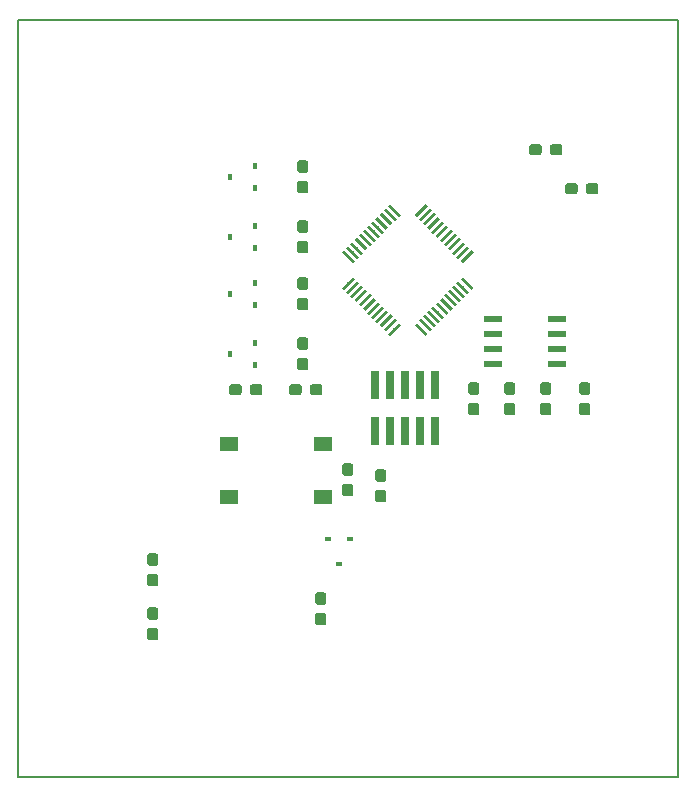
<source format=gbr>
%TF.GenerationSoftware,KiCad,Pcbnew,(5.0.2)-1*%
%TF.CreationDate,2019-02-18T18:23:53-07:00*%
%TF.ProjectId,ParkingSystem,5061726b-696e-4675-9379-7374656d2e6b,v01*%
%TF.SameCoordinates,Original*%
%TF.FileFunction,Paste,Top*%
%TF.FilePolarity,Positive*%
%FSLAX46Y46*%
G04 Gerber Fmt 4.6, Leading zero omitted, Abs format (unit mm)*
G04 Created by KiCad (PCBNEW (5.0.2)-1) date 2019-02-18 6:23:53 PM*
%MOMM*%
%LPD*%
G01*
G04 APERTURE LIST*
%ADD10C,0.200000*%
%ADD11C,0.150000*%
%ADD12C,0.950000*%
%ADD13R,0.740000X2.400000*%
%ADD14R,0.620000X0.400000*%
%ADD15R,0.400000X0.620000*%
%ADD16R,1.550000X1.300000*%
%ADD17C,0.250000*%
%ADD18R,1.550000X0.600000*%
G04 APERTURE END LIST*
D10*
X124460000Y-99060000D02*
X68580000Y-99060000D01*
X124460000Y-35000000D02*
X124460000Y-99060000D01*
X68580000Y-35000000D02*
X124460000Y-35000000D01*
X68580000Y-99060000D02*
X68580000Y-35000000D01*
D11*
G36*
X113544779Y-65657144D02*
X113567834Y-65660563D01*
X113590443Y-65666227D01*
X113612387Y-65674079D01*
X113633457Y-65684044D01*
X113653448Y-65696026D01*
X113672168Y-65709910D01*
X113689438Y-65725562D01*
X113705090Y-65742832D01*
X113718974Y-65761552D01*
X113730956Y-65781543D01*
X113740921Y-65802613D01*
X113748773Y-65824557D01*
X113754437Y-65847166D01*
X113757856Y-65870221D01*
X113759000Y-65893500D01*
X113759000Y-66468500D01*
X113757856Y-66491779D01*
X113754437Y-66514834D01*
X113748773Y-66537443D01*
X113740921Y-66559387D01*
X113730956Y-66580457D01*
X113718974Y-66600448D01*
X113705090Y-66619168D01*
X113689438Y-66636438D01*
X113672168Y-66652090D01*
X113653448Y-66665974D01*
X113633457Y-66677956D01*
X113612387Y-66687921D01*
X113590443Y-66695773D01*
X113567834Y-66701437D01*
X113544779Y-66704856D01*
X113521500Y-66706000D01*
X113046500Y-66706000D01*
X113023221Y-66704856D01*
X113000166Y-66701437D01*
X112977557Y-66695773D01*
X112955613Y-66687921D01*
X112934543Y-66677956D01*
X112914552Y-66665974D01*
X112895832Y-66652090D01*
X112878562Y-66636438D01*
X112862910Y-66619168D01*
X112849026Y-66600448D01*
X112837044Y-66580457D01*
X112827079Y-66559387D01*
X112819227Y-66537443D01*
X112813563Y-66514834D01*
X112810144Y-66491779D01*
X112809000Y-66468500D01*
X112809000Y-65893500D01*
X112810144Y-65870221D01*
X112813563Y-65847166D01*
X112819227Y-65824557D01*
X112827079Y-65802613D01*
X112837044Y-65781543D01*
X112849026Y-65761552D01*
X112862910Y-65742832D01*
X112878562Y-65725562D01*
X112895832Y-65709910D01*
X112914552Y-65696026D01*
X112934543Y-65684044D01*
X112955613Y-65674079D01*
X112977557Y-65666227D01*
X113000166Y-65660563D01*
X113023221Y-65657144D01*
X113046500Y-65656000D01*
X113521500Y-65656000D01*
X113544779Y-65657144D01*
X113544779Y-65657144D01*
G37*
D12*
X113284000Y-66181000D03*
D11*
G36*
X113544779Y-67407144D02*
X113567834Y-67410563D01*
X113590443Y-67416227D01*
X113612387Y-67424079D01*
X113633457Y-67434044D01*
X113653448Y-67446026D01*
X113672168Y-67459910D01*
X113689438Y-67475562D01*
X113705090Y-67492832D01*
X113718974Y-67511552D01*
X113730956Y-67531543D01*
X113740921Y-67552613D01*
X113748773Y-67574557D01*
X113754437Y-67597166D01*
X113757856Y-67620221D01*
X113759000Y-67643500D01*
X113759000Y-68218500D01*
X113757856Y-68241779D01*
X113754437Y-68264834D01*
X113748773Y-68287443D01*
X113740921Y-68309387D01*
X113730956Y-68330457D01*
X113718974Y-68350448D01*
X113705090Y-68369168D01*
X113689438Y-68386438D01*
X113672168Y-68402090D01*
X113653448Y-68415974D01*
X113633457Y-68427956D01*
X113612387Y-68437921D01*
X113590443Y-68445773D01*
X113567834Y-68451437D01*
X113544779Y-68454856D01*
X113521500Y-68456000D01*
X113046500Y-68456000D01*
X113023221Y-68454856D01*
X113000166Y-68451437D01*
X112977557Y-68445773D01*
X112955613Y-68437921D01*
X112934543Y-68427956D01*
X112914552Y-68415974D01*
X112895832Y-68402090D01*
X112878562Y-68386438D01*
X112862910Y-68369168D01*
X112849026Y-68350448D01*
X112837044Y-68330457D01*
X112827079Y-68309387D01*
X112819227Y-68287443D01*
X112813563Y-68264834D01*
X112810144Y-68241779D01*
X112809000Y-68218500D01*
X112809000Y-67643500D01*
X112810144Y-67620221D01*
X112813563Y-67597166D01*
X112819227Y-67574557D01*
X112827079Y-67552613D01*
X112837044Y-67531543D01*
X112849026Y-67511552D01*
X112862910Y-67492832D01*
X112878562Y-67475562D01*
X112895832Y-67459910D01*
X112914552Y-67446026D01*
X112934543Y-67434044D01*
X112955613Y-67424079D01*
X112977557Y-67416227D01*
X113000166Y-67410563D01*
X113023221Y-67407144D01*
X113046500Y-67406000D01*
X113521500Y-67406000D01*
X113544779Y-67407144D01*
X113544779Y-67407144D01*
G37*
D12*
X113284000Y-67931000D03*
D11*
G36*
X110496779Y-65657144D02*
X110519834Y-65660563D01*
X110542443Y-65666227D01*
X110564387Y-65674079D01*
X110585457Y-65684044D01*
X110605448Y-65696026D01*
X110624168Y-65709910D01*
X110641438Y-65725562D01*
X110657090Y-65742832D01*
X110670974Y-65761552D01*
X110682956Y-65781543D01*
X110692921Y-65802613D01*
X110700773Y-65824557D01*
X110706437Y-65847166D01*
X110709856Y-65870221D01*
X110711000Y-65893500D01*
X110711000Y-66468500D01*
X110709856Y-66491779D01*
X110706437Y-66514834D01*
X110700773Y-66537443D01*
X110692921Y-66559387D01*
X110682956Y-66580457D01*
X110670974Y-66600448D01*
X110657090Y-66619168D01*
X110641438Y-66636438D01*
X110624168Y-66652090D01*
X110605448Y-66665974D01*
X110585457Y-66677956D01*
X110564387Y-66687921D01*
X110542443Y-66695773D01*
X110519834Y-66701437D01*
X110496779Y-66704856D01*
X110473500Y-66706000D01*
X109998500Y-66706000D01*
X109975221Y-66704856D01*
X109952166Y-66701437D01*
X109929557Y-66695773D01*
X109907613Y-66687921D01*
X109886543Y-66677956D01*
X109866552Y-66665974D01*
X109847832Y-66652090D01*
X109830562Y-66636438D01*
X109814910Y-66619168D01*
X109801026Y-66600448D01*
X109789044Y-66580457D01*
X109779079Y-66559387D01*
X109771227Y-66537443D01*
X109765563Y-66514834D01*
X109762144Y-66491779D01*
X109761000Y-66468500D01*
X109761000Y-65893500D01*
X109762144Y-65870221D01*
X109765563Y-65847166D01*
X109771227Y-65824557D01*
X109779079Y-65802613D01*
X109789044Y-65781543D01*
X109801026Y-65761552D01*
X109814910Y-65742832D01*
X109830562Y-65725562D01*
X109847832Y-65709910D01*
X109866552Y-65696026D01*
X109886543Y-65684044D01*
X109907613Y-65674079D01*
X109929557Y-65666227D01*
X109952166Y-65660563D01*
X109975221Y-65657144D01*
X109998500Y-65656000D01*
X110473500Y-65656000D01*
X110496779Y-65657144D01*
X110496779Y-65657144D01*
G37*
D12*
X110236000Y-66181000D03*
D11*
G36*
X110496779Y-67407144D02*
X110519834Y-67410563D01*
X110542443Y-67416227D01*
X110564387Y-67424079D01*
X110585457Y-67434044D01*
X110605448Y-67446026D01*
X110624168Y-67459910D01*
X110641438Y-67475562D01*
X110657090Y-67492832D01*
X110670974Y-67511552D01*
X110682956Y-67531543D01*
X110692921Y-67552613D01*
X110700773Y-67574557D01*
X110706437Y-67597166D01*
X110709856Y-67620221D01*
X110711000Y-67643500D01*
X110711000Y-68218500D01*
X110709856Y-68241779D01*
X110706437Y-68264834D01*
X110700773Y-68287443D01*
X110692921Y-68309387D01*
X110682956Y-68330457D01*
X110670974Y-68350448D01*
X110657090Y-68369168D01*
X110641438Y-68386438D01*
X110624168Y-68402090D01*
X110605448Y-68415974D01*
X110585457Y-68427956D01*
X110564387Y-68437921D01*
X110542443Y-68445773D01*
X110519834Y-68451437D01*
X110496779Y-68454856D01*
X110473500Y-68456000D01*
X109998500Y-68456000D01*
X109975221Y-68454856D01*
X109952166Y-68451437D01*
X109929557Y-68445773D01*
X109907613Y-68437921D01*
X109886543Y-68427956D01*
X109866552Y-68415974D01*
X109847832Y-68402090D01*
X109830562Y-68386438D01*
X109814910Y-68369168D01*
X109801026Y-68350448D01*
X109789044Y-68330457D01*
X109779079Y-68309387D01*
X109771227Y-68287443D01*
X109765563Y-68264834D01*
X109762144Y-68241779D01*
X109761000Y-68218500D01*
X109761000Y-67643500D01*
X109762144Y-67620221D01*
X109765563Y-67597166D01*
X109771227Y-67574557D01*
X109779079Y-67552613D01*
X109789044Y-67531543D01*
X109801026Y-67511552D01*
X109814910Y-67492832D01*
X109830562Y-67475562D01*
X109847832Y-67459910D01*
X109866552Y-67446026D01*
X109886543Y-67434044D01*
X109907613Y-67424079D01*
X109929557Y-67416227D01*
X109952166Y-67410563D01*
X109975221Y-67407144D01*
X109998500Y-67406000D01*
X110473500Y-67406000D01*
X110496779Y-67407144D01*
X110496779Y-67407144D01*
G37*
D12*
X110236000Y-67931000D03*
D11*
G36*
X80270779Y-81885144D02*
X80293834Y-81888563D01*
X80316443Y-81894227D01*
X80338387Y-81902079D01*
X80359457Y-81912044D01*
X80379448Y-81924026D01*
X80398168Y-81937910D01*
X80415438Y-81953562D01*
X80431090Y-81970832D01*
X80444974Y-81989552D01*
X80456956Y-82009543D01*
X80466921Y-82030613D01*
X80474773Y-82052557D01*
X80480437Y-82075166D01*
X80483856Y-82098221D01*
X80485000Y-82121500D01*
X80485000Y-82696500D01*
X80483856Y-82719779D01*
X80480437Y-82742834D01*
X80474773Y-82765443D01*
X80466921Y-82787387D01*
X80456956Y-82808457D01*
X80444974Y-82828448D01*
X80431090Y-82847168D01*
X80415438Y-82864438D01*
X80398168Y-82880090D01*
X80379448Y-82893974D01*
X80359457Y-82905956D01*
X80338387Y-82915921D01*
X80316443Y-82923773D01*
X80293834Y-82929437D01*
X80270779Y-82932856D01*
X80247500Y-82934000D01*
X79772500Y-82934000D01*
X79749221Y-82932856D01*
X79726166Y-82929437D01*
X79703557Y-82923773D01*
X79681613Y-82915921D01*
X79660543Y-82905956D01*
X79640552Y-82893974D01*
X79621832Y-82880090D01*
X79604562Y-82864438D01*
X79588910Y-82847168D01*
X79575026Y-82828448D01*
X79563044Y-82808457D01*
X79553079Y-82787387D01*
X79545227Y-82765443D01*
X79539563Y-82742834D01*
X79536144Y-82719779D01*
X79535000Y-82696500D01*
X79535000Y-82121500D01*
X79536144Y-82098221D01*
X79539563Y-82075166D01*
X79545227Y-82052557D01*
X79553079Y-82030613D01*
X79563044Y-82009543D01*
X79575026Y-81989552D01*
X79588910Y-81970832D01*
X79604562Y-81953562D01*
X79621832Y-81937910D01*
X79640552Y-81924026D01*
X79660543Y-81912044D01*
X79681613Y-81902079D01*
X79703557Y-81894227D01*
X79726166Y-81888563D01*
X79749221Y-81885144D01*
X79772500Y-81884000D01*
X80247500Y-81884000D01*
X80270779Y-81885144D01*
X80270779Y-81885144D01*
G37*
D12*
X80010000Y-82409000D03*
D11*
G36*
X80270779Y-80135144D02*
X80293834Y-80138563D01*
X80316443Y-80144227D01*
X80338387Y-80152079D01*
X80359457Y-80162044D01*
X80379448Y-80174026D01*
X80398168Y-80187910D01*
X80415438Y-80203562D01*
X80431090Y-80220832D01*
X80444974Y-80239552D01*
X80456956Y-80259543D01*
X80466921Y-80280613D01*
X80474773Y-80302557D01*
X80480437Y-80325166D01*
X80483856Y-80348221D01*
X80485000Y-80371500D01*
X80485000Y-80946500D01*
X80483856Y-80969779D01*
X80480437Y-80992834D01*
X80474773Y-81015443D01*
X80466921Y-81037387D01*
X80456956Y-81058457D01*
X80444974Y-81078448D01*
X80431090Y-81097168D01*
X80415438Y-81114438D01*
X80398168Y-81130090D01*
X80379448Y-81143974D01*
X80359457Y-81155956D01*
X80338387Y-81165921D01*
X80316443Y-81173773D01*
X80293834Y-81179437D01*
X80270779Y-81182856D01*
X80247500Y-81184000D01*
X79772500Y-81184000D01*
X79749221Y-81182856D01*
X79726166Y-81179437D01*
X79703557Y-81173773D01*
X79681613Y-81165921D01*
X79660543Y-81155956D01*
X79640552Y-81143974D01*
X79621832Y-81130090D01*
X79604562Y-81114438D01*
X79588910Y-81097168D01*
X79575026Y-81078448D01*
X79563044Y-81058457D01*
X79553079Y-81037387D01*
X79545227Y-81015443D01*
X79539563Y-80992834D01*
X79536144Y-80969779D01*
X79535000Y-80946500D01*
X79535000Y-80371500D01*
X79536144Y-80348221D01*
X79539563Y-80325166D01*
X79545227Y-80302557D01*
X79553079Y-80280613D01*
X79563044Y-80259543D01*
X79575026Y-80239552D01*
X79588910Y-80220832D01*
X79604562Y-80203562D01*
X79621832Y-80187910D01*
X79640552Y-80174026D01*
X79660543Y-80162044D01*
X79681613Y-80152079D01*
X79703557Y-80144227D01*
X79726166Y-80138563D01*
X79749221Y-80135144D01*
X79772500Y-80134000D01*
X80247500Y-80134000D01*
X80270779Y-80135144D01*
X80270779Y-80135144D01*
G37*
D12*
X80010000Y-80659000D03*
D11*
G36*
X80270779Y-84707144D02*
X80293834Y-84710563D01*
X80316443Y-84716227D01*
X80338387Y-84724079D01*
X80359457Y-84734044D01*
X80379448Y-84746026D01*
X80398168Y-84759910D01*
X80415438Y-84775562D01*
X80431090Y-84792832D01*
X80444974Y-84811552D01*
X80456956Y-84831543D01*
X80466921Y-84852613D01*
X80474773Y-84874557D01*
X80480437Y-84897166D01*
X80483856Y-84920221D01*
X80485000Y-84943500D01*
X80485000Y-85518500D01*
X80483856Y-85541779D01*
X80480437Y-85564834D01*
X80474773Y-85587443D01*
X80466921Y-85609387D01*
X80456956Y-85630457D01*
X80444974Y-85650448D01*
X80431090Y-85669168D01*
X80415438Y-85686438D01*
X80398168Y-85702090D01*
X80379448Y-85715974D01*
X80359457Y-85727956D01*
X80338387Y-85737921D01*
X80316443Y-85745773D01*
X80293834Y-85751437D01*
X80270779Y-85754856D01*
X80247500Y-85756000D01*
X79772500Y-85756000D01*
X79749221Y-85754856D01*
X79726166Y-85751437D01*
X79703557Y-85745773D01*
X79681613Y-85737921D01*
X79660543Y-85727956D01*
X79640552Y-85715974D01*
X79621832Y-85702090D01*
X79604562Y-85686438D01*
X79588910Y-85669168D01*
X79575026Y-85650448D01*
X79563044Y-85630457D01*
X79553079Y-85609387D01*
X79545227Y-85587443D01*
X79539563Y-85564834D01*
X79536144Y-85541779D01*
X79535000Y-85518500D01*
X79535000Y-84943500D01*
X79536144Y-84920221D01*
X79539563Y-84897166D01*
X79545227Y-84874557D01*
X79553079Y-84852613D01*
X79563044Y-84831543D01*
X79575026Y-84811552D01*
X79588910Y-84792832D01*
X79604562Y-84775562D01*
X79621832Y-84759910D01*
X79640552Y-84746026D01*
X79660543Y-84734044D01*
X79681613Y-84724079D01*
X79703557Y-84716227D01*
X79726166Y-84710563D01*
X79749221Y-84707144D01*
X79772500Y-84706000D01*
X80247500Y-84706000D01*
X80270779Y-84707144D01*
X80270779Y-84707144D01*
G37*
D12*
X80010000Y-85231000D03*
D11*
G36*
X80270779Y-86457144D02*
X80293834Y-86460563D01*
X80316443Y-86466227D01*
X80338387Y-86474079D01*
X80359457Y-86484044D01*
X80379448Y-86496026D01*
X80398168Y-86509910D01*
X80415438Y-86525562D01*
X80431090Y-86542832D01*
X80444974Y-86561552D01*
X80456956Y-86581543D01*
X80466921Y-86602613D01*
X80474773Y-86624557D01*
X80480437Y-86647166D01*
X80483856Y-86670221D01*
X80485000Y-86693500D01*
X80485000Y-87268500D01*
X80483856Y-87291779D01*
X80480437Y-87314834D01*
X80474773Y-87337443D01*
X80466921Y-87359387D01*
X80456956Y-87380457D01*
X80444974Y-87400448D01*
X80431090Y-87419168D01*
X80415438Y-87436438D01*
X80398168Y-87452090D01*
X80379448Y-87465974D01*
X80359457Y-87477956D01*
X80338387Y-87487921D01*
X80316443Y-87495773D01*
X80293834Y-87501437D01*
X80270779Y-87504856D01*
X80247500Y-87506000D01*
X79772500Y-87506000D01*
X79749221Y-87504856D01*
X79726166Y-87501437D01*
X79703557Y-87495773D01*
X79681613Y-87487921D01*
X79660543Y-87477956D01*
X79640552Y-87465974D01*
X79621832Y-87452090D01*
X79604562Y-87436438D01*
X79588910Y-87419168D01*
X79575026Y-87400448D01*
X79563044Y-87380457D01*
X79553079Y-87359387D01*
X79545227Y-87337443D01*
X79539563Y-87314834D01*
X79536144Y-87291779D01*
X79535000Y-87268500D01*
X79535000Y-86693500D01*
X79536144Y-86670221D01*
X79539563Y-86647166D01*
X79545227Y-86624557D01*
X79553079Y-86602613D01*
X79563044Y-86581543D01*
X79575026Y-86561552D01*
X79588910Y-86542832D01*
X79604562Y-86525562D01*
X79621832Y-86509910D01*
X79640552Y-86496026D01*
X79660543Y-86484044D01*
X79681613Y-86474079D01*
X79703557Y-86466227D01*
X79726166Y-86460563D01*
X79749221Y-86457144D01*
X79772500Y-86456000D01*
X80247500Y-86456000D01*
X80270779Y-86457144D01*
X80270779Y-86457144D01*
G37*
D12*
X80010000Y-86981000D03*
D11*
G36*
X94494779Y-83437144D02*
X94517834Y-83440563D01*
X94540443Y-83446227D01*
X94562387Y-83454079D01*
X94583457Y-83464044D01*
X94603448Y-83476026D01*
X94622168Y-83489910D01*
X94639438Y-83505562D01*
X94655090Y-83522832D01*
X94668974Y-83541552D01*
X94680956Y-83561543D01*
X94690921Y-83582613D01*
X94698773Y-83604557D01*
X94704437Y-83627166D01*
X94707856Y-83650221D01*
X94709000Y-83673500D01*
X94709000Y-84248500D01*
X94707856Y-84271779D01*
X94704437Y-84294834D01*
X94698773Y-84317443D01*
X94690921Y-84339387D01*
X94680956Y-84360457D01*
X94668974Y-84380448D01*
X94655090Y-84399168D01*
X94639438Y-84416438D01*
X94622168Y-84432090D01*
X94603448Y-84445974D01*
X94583457Y-84457956D01*
X94562387Y-84467921D01*
X94540443Y-84475773D01*
X94517834Y-84481437D01*
X94494779Y-84484856D01*
X94471500Y-84486000D01*
X93996500Y-84486000D01*
X93973221Y-84484856D01*
X93950166Y-84481437D01*
X93927557Y-84475773D01*
X93905613Y-84467921D01*
X93884543Y-84457956D01*
X93864552Y-84445974D01*
X93845832Y-84432090D01*
X93828562Y-84416438D01*
X93812910Y-84399168D01*
X93799026Y-84380448D01*
X93787044Y-84360457D01*
X93777079Y-84339387D01*
X93769227Y-84317443D01*
X93763563Y-84294834D01*
X93760144Y-84271779D01*
X93759000Y-84248500D01*
X93759000Y-83673500D01*
X93760144Y-83650221D01*
X93763563Y-83627166D01*
X93769227Y-83604557D01*
X93777079Y-83582613D01*
X93787044Y-83561543D01*
X93799026Y-83541552D01*
X93812910Y-83522832D01*
X93828562Y-83505562D01*
X93845832Y-83489910D01*
X93864552Y-83476026D01*
X93884543Y-83464044D01*
X93905613Y-83454079D01*
X93927557Y-83446227D01*
X93950166Y-83440563D01*
X93973221Y-83437144D01*
X93996500Y-83436000D01*
X94471500Y-83436000D01*
X94494779Y-83437144D01*
X94494779Y-83437144D01*
G37*
D12*
X94234000Y-83961000D03*
D11*
G36*
X94494779Y-85187144D02*
X94517834Y-85190563D01*
X94540443Y-85196227D01*
X94562387Y-85204079D01*
X94583457Y-85214044D01*
X94603448Y-85226026D01*
X94622168Y-85239910D01*
X94639438Y-85255562D01*
X94655090Y-85272832D01*
X94668974Y-85291552D01*
X94680956Y-85311543D01*
X94690921Y-85332613D01*
X94698773Y-85354557D01*
X94704437Y-85377166D01*
X94707856Y-85400221D01*
X94709000Y-85423500D01*
X94709000Y-85998500D01*
X94707856Y-86021779D01*
X94704437Y-86044834D01*
X94698773Y-86067443D01*
X94690921Y-86089387D01*
X94680956Y-86110457D01*
X94668974Y-86130448D01*
X94655090Y-86149168D01*
X94639438Y-86166438D01*
X94622168Y-86182090D01*
X94603448Y-86195974D01*
X94583457Y-86207956D01*
X94562387Y-86217921D01*
X94540443Y-86225773D01*
X94517834Y-86231437D01*
X94494779Y-86234856D01*
X94471500Y-86236000D01*
X93996500Y-86236000D01*
X93973221Y-86234856D01*
X93950166Y-86231437D01*
X93927557Y-86225773D01*
X93905613Y-86217921D01*
X93884543Y-86207956D01*
X93864552Y-86195974D01*
X93845832Y-86182090D01*
X93828562Y-86166438D01*
X93812910Y-86149168D01*
X93799026Y-86130448D01*
X93787044Y-86110457D01*
X93777079Y-86089387D01*
X93769227Y-86067443D01*
X93763563Y-86044834D01*
X93760144Y-86021779D01*
X93759000Y-85998500D01*
X93759000Y-85423500D01*
X93760144Y-85400221D01*
X93763563Y-85377166D01*
X93769227Y-85354557D01*
X93777079Y-85332613D01*
X93787044Y-85311543D01*
X93799026Y-85291552D01*
X93812910Y-85272832D01*
X93828562Y-85255562D01*
X93845832Y-85239910D01*
X93864552Y-85226026D01*
X93884543Y-85214044D01*
X93905613Y-85204079D01*
X93927557Y-85196227D01*
X93950166Y-85190563D01*
X93973221Y-85187144D01*
X93996500Y-85186000D01*
X94471500Y-85186000D01*
X94494779Y-85187144D01*
X94494779Y-85187144D01*
G37*
D12*
X94234000Y-85711000D03*
D11*
G36*
X117517779Y-48802144D02*
X117540834Y-48805563D01*
X117563443Y-48811227D01*
X117585387Y-48819079D01*
X117606457Y-48829044D01*
X117626448Y-48841026D01*
X117645168Y-48854910D01*
X117662438Y-48870562D01*
X117678090Y-48887832D01*
X117691974Y-48906552D01*
X117703956Y-48926543D01*
X117713921Y-48947613D01*
X117721773Y-48969557D01*
X117727437Y-48992166D01*
X117730856Y-49015221D01*
X117732000Y-49038500D01*
X117732000Y-49513500D01*
X117730856Y-49536779D01*
X117727437Y-49559834D01*
X117721773Y-49582443D01*
X117713921Y-49604387D01*
X117703956Y-49625457D01*
X117691974Y-49645448D01*
X117678090Y-49664168D01*
X117662438Y-49681438D01*
X117645168Y-49697090D01*
X117626448Y-49710974D01*
X117606457Y-49722956D01*
X117585387Y-49732921D01*
X117563443Y-49740773D01*
X117540834Y-49746437D01*
X117517779Y-49749856D01*
X117494500Y-49751000D01*
X116919500Y-49751000D01*
X116896221Y-49749856D01*
X116873166Y-49746437D01*
X116850557Y-49740773D01*
X116828613Y-49732921D01*
X116807543Y-49722956D01*
X116787552Y-49710974D01*
X116768832Y-49697090D01*
X116751562Y-49681438D01*
X116735910Y-49664168D01*
X116722026Y-49645448D01*
X116710044Y-49625457D01*
X116700079Y-49604387D01*
X116692227Y-49582443D01*
X116686563Y-49559834D01*
X116683144Y-49536779D01*
X116682000Y-49513500D01*
X116682000Y-49038500D01*
X116683144Y-49015221D01*
X116686563Y-48992166D01*
X116692227Y-48969557D01*
X116700079Y-48947613D01*
X116710044Y-48926543D01*
X116722026Y-48906552D01*
X116735910Y-48887832D01*
X116751562Y-48870562D01*
X116768832Y-48854910D01*
X116787552Y-48841026D01*
X116807543Y-48829044D01*
X116828613Y-48819079D01*
X116850557Y-48811227D01*
X116873166Y-48805563D01*
X116896221Y-48802144D01*
X116919500Y-48801000D01*
X117494500Y-48801000D01*
X117517779Y-48802144D01*
X117517779Y-48802144D01*
G37*
D12*
X117207000Y-49276000D03*
D11*
G36*
X115767779Y-48802144D02*
X115790834Y-48805563D01*
X115813443Y-48811227D01*
X115835387Y-48819079D01*
X115856457Y-48829044D01*
X115876448Y-48841026D01*
X115895168Y-48854910D01*
X115912438Y-48870562D01*
X115928090Y-48887832D01*
X115941974Y-48906552D01*
X115953956Y-48926543D01*
X115963921Y-48947613D01*
X115971773Y-48969557D01*
X115977437Y-48992166D01*
X115980856Y-49015221D01*
X115982000Y-49038500D01*
X115982000Y-49513500D01*
X115980856Y-49536779D01*
X115977437Y-49559834D01*
X115971773Y-49582443D01*
X115963921Y-49604387D01*
X115953956Y-49625457D01*
X115941974Y-49645448D01*
X115928090Y-49664168D01*
X115912438Y-49681438D01*
X115895168Y-49697090D01*
X115876448Y-49710974D01*
X115856457Y-49722956D01*
X115835387Y-49732921D01*
X115813443Y-49740773D01*
X115790834Y-49746437D01*
X115767779Y-49749856D01*
X115744500Y-49751000D01*
X115169500Y-49751000D01*
X115146221Y-49749856D01*
X115123166Y-49746437D01*
X115100557Y-49740773D01*
X115078613Y-49732921D01*
X115057543Y-49722956D01*
X115037552Y-49710974D01*
X115018832Y-49697090D01*
X115001562Y-49681438D01*
X114985910Y-49664168D01*
X114972026Y-49645448D01*
X114960044Y-49625457D01*
X114950079Y-49604387D01*
X114942227Y-49582443D01*
X114936563Y-49559834D01*
X114933144Y-49536779D01*
X114932000Y-49513500D01*
X114932000Y-49038500D01*
X114933144Y-49015221D01*
X114936563Y-48992166D01*
X114942227Y-48969557D01*
X114950079Y-48947613D01*
X114960044Y-48926543D01*
X114972026Y-48906552D01*
X114985910Y-48887832D01*
X115001562Y-48870562D01*
X115018832Y-48854910D01*
X115037552Y-48841026D01*
X115057543Y-48829044D01*
X115078613Y-48819079D01*
X115100557Y-48811227D01*
X115123166Y-48805563D01*
X115146221Y-48802144D01*
X115169500Y-48801000D01*
X115744500Y-48801000D01*
X115767779Y-48802144D01*
X115767779Y-48802144D01*
G37*
D12*
X115457000Y-49276000D03*
D11*
G36*
X114469779Y-45500144D02*
X114492834Y-45503563D01*
X114515443Y-45509227D01*
X114537387Y-45517079D01*
X114558457Y-45527044D01*
X114578448Y-45539026D01*
X114597168Y-45552910D01*
X114614438Y-45568562D01*
X114630090Y-45585832D01*
X114643974Y-45604552D01*
X114655956Y-45624543D01*
X114665921Y-45645613D01*
X114673773Y-45667557D01*
X114679437Y-45690166D01*
X114682856Y-45713221D01*
X114684000Y-45736500D01*
X114684000Y-46211500D01*
X114682856Y-46234779D01*
X114679437Y-46257834D01*
X114673773Y-46280443D01*
X114665921Y-46302387D01*
X114655956Y-46323457D01*
X114643974Y-46343448D01*
X114630090Y-46362168D01*
X114614438Y-46379438D01*
X114597168Y-46395090D01*
X114578448Y-46408974D01*
X114558457Y-46420956D01*
X114537387Y-46430921D01*
X114515443Y-46438773D01*
X114492834Y-46444437D01*
X114469779Y-46447856D01*
X114446500Y-46449000D01*
X113871500Y-46449000D01*
X113848221Y-46447856D01*
X113825166Y-46444437D01*
X113802557Y-46438773D01*
X113780613Y-46430921D01*
X113759543Y-46420956D01*
X113739552Y-46408974D01*
X113720832Y-46395090D01*
X113703562Y-46379438D01*
X113687910Y-46362168D01*
X113674026Y-46343448D01*
X113662044Y-46323457D01*
X113652079Y-46302387D01*
X113644227Y-46280443D01*
X113638563Y-46257834D01*
X113635144Y-46234779D01*
X113634000Y-46211500D01*
X113634000Y-45736500D01*
X113635144Y-45713221D01*
X113638563Y-45690166D01*
X113644227Y-45667557D01*
X113652079Y-45645613D01*
X113662044Y-45624543D01*
X113674026Y-45604552D01*
X113687910Y-45585832D01*
X113703562Y-45568562D01*
X113720832Y-45552910D01*
X113739552Y-45539026D01*
X113759543Y-45527044D01*
X113780613Y-45517079D01*
X113802557Y-45509227D01*
X113825166Y-45503563D01*
X113848221Y-45500144D01*
X113871500Y-45499000D01*
X114446500Y-45499000D01*
X114469779Y-45500144D01*
X114469779Y-45500144D01*
G37*
D12*
X114159000Y-45974000D03*
D11*
G36*
X112719779Y-45500144D02*
X112742834Y-45503563D01*
X112765443Y-45509227D01*
X112787387Y-45517079D01*
X112808457Y-45527044D01*
X112828448Y-45539026D01*
X112847168Y-45552910D01*
X112864438Y-45568562D01*
X112880090Y-45585832D01*
X112893974Y-45604552D01*
X112905956Y-45624543D01*
X112915921Y-45645613D01*
X112923773Y-45667557D01*
X112929437Y-45690166D01*
X112932856Y-45713221D01*
X112934000Y-45736500D01*
X112934000Y-46211500D01*
X112932856Y-46234779D01*
X112929437Y-46257834D01*
X112923773Y-46280443D01*
X112915921Y-46302387D01*
X112905956Y-46323457D01*
X112893974Y-46343448D01*
X112880090Y-46362168D01*
X112864438Y-46379438D01*
X112847168Y-46395090D01*
X112828448Y-46408974D01*
X112808457Y-46420956D01*
X112787387Y-46430921D01*
X112765443Y-46438773D01*
X112742834Y-46444437D01*
X112719779Y-46447856D01*
X112696500Y-46449000D01*
X112121500Y-46449000D01*
X112098221Y-46447856D01*
X112075166Y-46444437D01*
X112052557Y-46438773D01*
X112030613Y-46430921D01*
X112009543Y-46420956D01*
X111989552Y-46408974D01*
X111970832Y-46395090D01*
X111953562Y-46379438D01*
X111937910Y-46362168D01*
X111924026Y-46343448D01*
X111912044Y-46323457D01*
X111902079Y-46302387D01*
X111894227Y-46280443D01*
X111888563Y-46257834D01*
X111885144Y-46234779D01*
X111884000Y-46211500D01*
X111884000Y-45736500D01*
X111885144Y-45713221D01*
X111888563Y-45690166D01*
X111894227Y-45667557D01*
X111902079Y-45645613D01*
X111912044Y-45624543D01*
X111924026Y-45604552D01*
X111937910Y-45585832D01*
X111953562Y-45568562D01*
X111970832Y-45552910D01*
X111989552Y-45539026D01*
X112009543Y-45527044D01*
X112030613Y-45517079D01*
X112052557Y-45509227D01*
X112075166Y-45503563D01*
X112098221Y-45500144D01*
X112121500Y-45499000D01*
X112696500Y-45499000D01*
X112719779Y-45500144D01*
X112719779Y-45500144D01*
G37*
D12*
X112409000Y-45974000D03*
D11*
G36*
X96780779Y-74265144D02*
X96803834Y-74268563D01*
X96826443Y-74274227D01*
X96848387Y-74282079D01*
X96869457Y-74292044D01*
X96889448Y-74304026D01*
X96908168Y-74317910D01*
X96925438Y-74333562D01*
X96941090Y-74350832D01*
X96954974Y-74369552D01*
X96966956Y-74389543D01*
X96976921Y-74410613D01*
X96984773Y-74432557D01*
X96990437Y-74455166D01*
X96993856Y-74478221D01*
X96995000Y-74501500D01*
X96995000Y-75076500D01*
X96993856Y-75099779D01*
X96990437Y-75122834D01*
X96984773Y-75145443D01*
X96976921Y-75167387D01*
X96966956Y-75188457D01*
X96954974Y-75208448D01*
X96941090Y-75227168D01*
X96925438Y-75244438D01*
X96908168Y-75260090D01*
X96889448Y-75273974D01*
X96869457Y-75285956D01*
X96848387Y-75295921D01*
X96826443Y-75303773D01*
X96803834Y-75309437D01*
X96780779Y-75312856D01*
X96757500Y-75314000D01*
X96282500Y-75314000D01*
X96259221Y-75312856D01*
X96236166Y-75309437D01*
X96213557Y-75303773D01*
X96191613Y-75295921D01*
X96170543Y-75285956D01*
X96150552Y-75273974D01*
X96131832Y-75260090D01*
X96114562Y-75244438D01*
X96098910Y-75227168D01*
X96085026Y-75208448D01*
X96073044Y-75188457D01*
X96063079Y-75167387D01*
X96055227Y-75145443D01*
X96049563Y-75122834D01*
X96046144Y-75099779D01*
X96045000Y-75076500D01*
X96045000Y-74501500D01*
X96046144Y-74478221D01*
X96049563Y-74455166D01*
X96055227Y-74432557D01*
X96063079Y-74410613D01*
X96073044Y-74389543D01*
X96085026Y-74369552D01*
X96098910Y-74350832D01*
X96114562Y-74333562D01*
X96131832Y-74317910D01*
X96150552Y-74304026D01*
X96170543Y-74292044D01*
X96191613Y-74282079D01*
X96213557Y-74274227D01*
X96236166Y-74268563D01*
X96259221Y-74265144D01*
X96282500Y-74264000D01*
X96757500Y-74264000D01*
X96780779Y-74265144D01*
X96780779Y-74265144D01*
G37*
D12*
X96520000Y-74789000D03*
D11*
G36*
X96780779Y-72515144D02*
X96803834Y-72518563D01*
X96826443Y-72524227D01*
X96848387Y-72532079D01*
X96869457Y-72542044D01*
X96889448Y-72554026D01*
X96908168Y-72567910D01*
X96925438Y-72583562D01*
X96941090Y-72600832D01*
X96954974Y-72619552D01*
X96966956Y-72639543D01*
X96976921Y-72660613D01*
X96984773Y-72682557D01*
X96990437Y-72705166D01*
X96993856Y-72728221D01*
X96995000Y-72751500D01*
X96995000Y-73326500D01*
X96993856Y-73349779D01*
X96990437Y-73372834D01*
X96984773Y-73395443D01*
X96976921Y-73417387D01*
X96966956Y-73438457D01*
X96954974Y-73458448D01*
X96941090Y-73477168D01*
X96925438Y-73494438D01*
X96908168Y-73510090D01*
X96889448Y-73523974D01*
X96869457Y-73535956D01*
X96848387Y-73545921D01*
X96826443Y-73553773D01*
X96803834Y-73559437D01*
X96780779Y-73562856D01*
X96757500Y-73564000D01*
X96282500Y-73564000D01*
X96259221Y-73562856D01*
X96236166Y-73559437D01*
X96213557Y-73553773D01*
X96191613Y-73545921D01*
X96170543Y-73535956D01*
X96150552Y-73523974D01*
X96131832Y-73510090D01*
X96114562Y-73494438D01*
X96098910Y-73477168D01*
X96085026Y-73458448D01*
X96073044Y-73438457D01*
X96063079Y-73417387D01*
X96055227Y-73395443D01*
X96049563Y-73372834D01*
X96046144Y-73349779D01*
X96045000Y-73326500D01*
X96045000Y-72751500D01*
X96046144Y-72728221D01*
X96049563Y-72705166D01*
X96055227Y-72682557D01*
X96063079Y-72660613D01*
X96073044Y-72639543D01*
X96085026Y-72619552D01*
X96098910Y-72600832D01*
X96114562Y-72583562D01*
X96131832Y-72567910D01*
X96150552Y-72554026D01*
X96170543Y-72542044D01*
X96191613Y-72532079D01*
X96213557Y-72524227D01*
X96236166Y-72518563D01*
X96259221Y-72515144D01*
X96282500Y-72514000D01*
X96757500Y-72514000D01*
X96780779Y-72515144D01*
X96780779Y-72515144D01*
G37*
D12*
X96520000Y-73039000D03*
D11*
G36*
X116846779Y-65657144D02*
X116869834Y-65660563D01*
X116892443Y-65666227D01*
X116914387Y-65674079D01*
X116935457Y-65684044D01*
X116955448Y-65696026D01*
X116974168Y-65709910D01*
X116991438Y-65725562D01*
X117007090Y-65742832D01*
X117020974Y-65761552D01*
X117032956Y-65781543D01*
X117042921Y-65802613D01*
X117050773Y-65824557D01*
X117056437Y-65847166D01*
X117059856Y-65870221D01*
X117061000Y-65893500D01*
X117061000Y-66468500D01*
X117059856Y-66491779D01*
X117056437Y-66514834D01*
X117050773Y-66537443D01*
X117042921Y-66559387D01*
X117032956Y-66580457D01*
X117020974Y-66600448D01*
X117007090Y-66619168D01*
X116991438Y-66636438D01*
X116974168Y-66652090D01*
X116955448Y-66665974D01*
X116935457Y-66677956D01*
X116914387Y-66687921D01*
X116892443Y-66695773D01*
X116869834Y-66701437D01*
X116846779Y-66704856D01*
X116823500Y-66706000D01*
X116348500Y-66706000D01*
X116325221Y-66704856D01*
X116302166Y-66701437D01*
X116279557Y-66695773D01*
X116257613Y-66687921D01*
X116236543Y-66677956D01*
X116216552Y-66665974D01*
X116197832Y-66652090D01*
X116180562Y-66636438D01*
X116164910Y-66619168D01*
X116151026Y-66600448D01*
X116139044Y-66580457D01*
X116129079Y-66559387D01*
X116121227Y-66537443D01*
X116115563Y-66514834D01*
X116112144Y-66491779D01*
X116111000Y-66468500D01*
X116111000Y-65893500D01*
X116112144Y-65870221D01*
X116115563Y-65847166D01*
X116121227Y-65824557D01*
X116129079Y-65802613D01*
X116139044Y-65781543D01*
X116151026Y-65761552D01*
X116164910Y-65742832D01*
X116180562Y-65725562D01*
X116197832Y-65709910D01*
X116216552Y-65696026D01*
X116236543Y-65684044D01*
X116257613Y-65674079D01*
X116279557Y-65666227D01*
X116302166Y-65660563D01*
X116325221Y-65657144D01*
X116348500Y-65656000D01*
X116823500Y-65656000D01*
X116846779Y-65657144D01*
X116846779Y-65657144D01*
G37*
D12*
X116586000Y-66181000D03*
D11*
G36*
X116846779Y-67407144D02*
X116869834Y-67410563D01*
X116892443Y-67416227D01*
X116914387Y-67424079D01*
X116935457Y-67434044D01*
X116955448Y-67446026D01*
X116974168Y-67459910D01*
X116991438Y-67475562D01*
X117007090Y-67492832D01*
X117020974Y-67511552D01*
X117032956Y-67531543D01*
X117042921Y-67552613D01*
X117050773Y-67574557D01*
X117056437Y-67597166D01*
X117059856Y-67620221D01*
X117061000Y-67643500D01*
X117061000Y-68218500D01*
X117059856Y-68241779D01*
X117056437Y-68264834D01*
X117050773Y-68287443D01*
X117042921Y-68309387D01*
X117032956Y-68330457D01*
X117020974Y-68350448D01*
X117007090Y-68369168D01*
X116991438Y-68386438D01*
X116974168Y-68402090D01*
X116955448Y-68415974D01*
X116935457Y-68427956D01*
X116914387Y-68437921D01*
X116892443Y-68445773D01*
X116869834Y-68451437D01*
X116846779Y-68454856D01*
X116823500Y-68456000D01*
X116348500Y-68456000D01*
X116325221Y-68454856D01*
X116302166Y-68451437D01*
X116279557Y-68445773D01*
X116257613Y-68437921D01*
X116236543Y-68427956D01*
X116216552Y-68415974D01*
X116197832Y-68402090D01*
X116180562Y-68386438D01*
X116164910Y-68369168D01*
X116151026Y-68350448D01*
X116139044Y-68330457D01*
X116129079Y-68309387D01*
X116121227Y-68287443D01*
X116115563Y-68264834D01*
X116112144Y-68241779D01*
X116111000Y-68218500D01*
X116111000Y-67643500D01*
X116112144Y-67620221D01*
X116115563Y-67597166D01*
X116121227Y-67574557D01*
X116129079Y-67552613D01*
X116139044Y-67531543D01*
X116151026Y-67511552D01*
X116164910Y-67492832D01*
X116180562Y-67475562D01*
X116197832Y-67459910D01*
X116216552Y-67446026D01*
X116236543Y-67434044D01*
X116257613Y-67424079D01*
X116279557Y-67416227D01*
X116302166Y-67410563D01*
X116325221Y-67407144D01*
X116348500Y-67406000D01*
X116823500Y-67406000D01*
X116846779Y-67407144D01*
X116846779Y-67407144D01*
G37*
D12*
X116586000Y-67931000D03*
D13*
X103886000Y-65868000D03*
X103886000Y-69768000D03*
X102616000Y-65868000D03*
X102616000Y-69768000D03*
X101346000Y-65868000D03*
X101346000Y-69768000D03*
X100076000Y-65868000D03*
X100076000Y-69768000D03*
X98806000Y-65868000D03*
X98806000Y-69768000D03*
D14*
X95758000Y-81060000D03*
X94808000Y-78960000D03*
X96708000Y-78960000D03*
D15*
X86580000Y-48260000D03*
X88680000Y-47310000D03*
X88680000Y-49210000D03*
X86580000Y-58166000D03*
X88680000Y-57216000D03*
X88680000Y-59116000D03*
X86580000Y-53340000D03*
X88680000Y-52390000D03*
X88680000Y-54290000D03*
X86580000Y-63246000D03*
X88680000Y-62296000D03*
X88680000Y-64196000D03*
D11*
G36*
X87319779Y-65820144D02*
X87342834Y-65823563D01*
X87365443Y-65829227D01*
X87387387Y-65837079D01*
X87408457Y-65847044D01*
X87428448Y-65859026D01*
X87447168Y-65872910D01*
X87464438Y-65888562D01*
X87480090Y-65905832D01*
X87493974Y-65924552D01*
X87505956Y-65944543D01*
X87515921Y-65965613D01*
X87523773Y-65987557D01*
X87529437Y-66010166D01*
X87532856Y-66033221D01*
X87534000Y-66056500D01*
X87534000Y-66531500D01*
X87532856Y-66554779D01*
X87529437Y-66577834D01*
X87523773Y-66600443D01*
X87515921Y-66622387D01*
X87505956Y-66643457D01*
X87493974Y-66663448D01*
X87480090Y-66682168D01*
X87464438Y-66699438D01*
X87447168Y-66715090D01*
X87428448Y-66728974D01*
X87408457Y-66740956D01*
X87387387Y-66750921D01*
X87365443Y-66758773D01*
X87342834Y-66764437D01*
X87319779Y-66767856D01*
X87296500Y-66769000D01*
X86721500Y-66769000D01*
X86698221Y-66767856D01*
X86675166Y-66764437D01*
X86652557Y-66758773D01*
X86630613Y-66750921D01*
X86609543Y-66740956D01*
X86589552Y-66728974D01*
X86570832Y-66715090D01*
X86553562Y-66699438D01*
X86537910Y-66682168D01*
X86524026Y-66663448D01*
X86512044Y-66643457D01*
X86502079Y-66622387D01*
X86494227Y-66600443D01*
X86488563Y-66577834D01*
X86485144Y-66554779D01*
X86484000Y-66531500D01*
X86484000Y-66056500D01*
X86485144Y-66033221D01*
X86488563Y-66010166D01*
X86494227Y-65987557D01*
X86502079Y-65965613D01*
X86512044Y-65944543D01*
X86524026Y-65924552D01*
X86537910Y-65905832D01*
X86553562Y-65888562D01*
X86570832Y-65872910D01*
X86589552Y-65859026D01*
X86609543Y-65847044D01*
X86630613Y-65837079D01*
X86652557Y-65829227D01*
X86675166Y-65823563D01*
X86698221Y-65820144D01*
X86721500Y-65819000D01*
X87296500Y-65819000D01*
X87319779Y-65820144D01*
X87319779Y-65820144D01*
G37*
D12*
X87009000Y-66294000D03*
D11*
G36*
X89069779Y-65820144D02*
X89092834Y-65823563D01*
X89115443Y-65829227D01*
X89137387Y-65837079D01*
X89158457Y-65847044D01*
X89178448Y-65859026D01*
X89197168Y-65872910D01*
X89214438Y-65888562D01*
X89230090Y-65905832D01*
X89243974Y-65924552D01*
X89255956Y-65944543D01*
X89265921Y-65965613D01*
X89273773Y-65987557D01*
X89279437Y-66010166D01*
X89282856Y-66033221D01*
X89284000Y-66056500D01*
X89284000Y-66531500D01*
X89282856Y-66554779D01*
X89279437Y-66577834D01*
X89273773Y-66600443D01*
X89265921Y-66622387D01*
X89255956Y-66643457D01*
X89243974Y-66663448D01*
X89230090Y-66682168D01*
X89214438Y-66699438D01*
X89197168Y-66715090D01*
X89178448Y-66728974D01*
X89158457Y-66740956D01*
X89137387Y-66750921D01*
X89115443Y-66758773D01*
X89092834Y-66764437D01*
X89069779Y-66767856D01*
X89046500Y-66769000D01*
X88471500Y-66769000D01*
X88448221Y-66767856D01*
X88425166Y-66764437D01*
X88402557Y-66758773D01*
X88380613Y-66750921D01*
X88359543Y-66740956D01*
X88339552Y-66728974D01*
X88320832Y-66715090D01*
X88303562Y-66699438D01*
X88287910Y-66682168D01*
X88274026Y-66663448D01*
X88262044Y-66643457D01*
X88252079Y-66622387D01*
X88244227Y-66600443D01*
X88238563Y-66577834D01*
X88235144Y-66554779D01*
X88234000Y-66531500D01*
X88234000Y-66056500D01*
X88235144Y-66033221D01*
X88238563Y-66010166D01*
X88244227Y-65987557D01*
X88252079Y-65965613D01*
X88262044Y-65944543D01*
X88274026Y-65924552D01*
X88287910Y-65905832D01*
X88303562Y-65888562D01*
X88320832Y-65872910D01*
X88339552Y-65859026D01*
X88359543Y-65847044D01*
X88380613Y-65837079D01*
X88402557Y-65829227D01*
X88425166Y-65823563D01*
X88448221Y-65820144D01*
X88471500Y-65819000D01*
X89046500Y-65819000D01*
X89069779Y-65820144D01*
X89069779Y-65820144D01*
G37*
D12*
X88759000Y-66294000D03*
D11*
G36*
X99574779Y-74773144D02*
X99597834Y-74776563D01*
X99620443Y-74782227D01*
X99642387Y-74790079D01*
X99663457Y-74800044D01*
X99683448Y-74812026D01*
X99702168Y-74825910D01*
X99719438Y-74841562D01*
X99735090Y-74858832D01*
X99748974Y-74877552D01*
X99760956Y-74897543D01*
X99770921Y-74918613D01*
X99778773Y-74940557D01*
X99784437Y-74963166D01*
X99787856Y-74986221D01*
X99789000Y-75009500D01*
X99789000Y-75584500D01*
X99787856Y-75607779D01*
X99784437Y-75630834D01*
X99778773Y-75653443D01*
X99770921Y-75675387D01*
X99760956Y-75696457D01*
X99748974Y-75716448D01*
X99735090Y-75735168D01*
X99719438Y-75752438D01*
X99702168Y-75768090D01*
X99683448Y-75781974D01*
X99663457Y-75793956D01*
X99642387Y-75803921D01*
X99620443Y-75811773D01*
X99597834Y-75817437D01*
X99574779Y-75820856D01*
X99551500Y-75822000D01*
X99076500Y-75822000D01*
X99053221Y-75820856D01*
X99030166Y-75817437D01*
X99007557Y-75811773D01*
X98985613Y-75803921D01*
X98964543Y-75793956D01*
X98944552Y-75781974D01*
X98925832Y-75768090D01*
X98908562Y-75752438D01*
X98892910Y-75735168D01*
X98879026Y-75716448D01*
X98867044Y-75696457D01*
X98857079Y-75675387D01*
X98849227Y-75653443D01*
X98843563Y-75630834D01*
X98840144Y-75607779D01*
X98839000Y-75584500D01*
X98839000Y-75009500D01*
X98840144Y-74986221D01*
X98843563Y-74963166D01*
X98849227Y-74940557D01*
X98857079Y-74918613D01*
X98867044Y-74897543D01*
X98879026Y-74877552D01*
X98892910Y-74858832D01*
X98908562Y-74841562D01*
X98925832Y-74825910D01*
X98944552Y-74812026D01*
X98964543Y-74800044D01*
X98985613Y-74790079D01*
X99007557Y-74782227D01*
X99030166Y-74776563D01*
X99053221Y-74773144D01*
X99076500Y-74772000D01*
X99551500Y-74772000D01*
X99574779Y-74773144D01*
X99574779Y-74773144D01*
G37*
D12*
X99314000Y-75297000D03*
D11*
G36*
X99574779Y-73023144D02*
X99597834Y-73026563D01*
X99620443Y-73032227D01*
X99642387Y-73040079D01*
X99663457Y-73050044D01*
X99683448Y-73062026D01*
X99702168Y-73075910D01*
X99719438Y-73091562D01*
X99735090Y-73108832D01*
X99748974Y-73127552D01*
X99760956Y-73147543D01*
X99770921Y-73168613D01*
X99778773Y-73190557D01*
X99784437Y-73213166D01*
X99787856Y-73236221D01*
X99789000Y-73259500D01*
X99789000Y-73834500D01*
X99787856Y-73857779D01*
X99784437Y-73880834D01*
X99778773Y-73903443D01*
X99770921Y-73925387D01*
X99760956Y-73946457D01*
X99748974Y-73966448D01*
X99735090Y-73985168D01*
X99719438Y-74002438D01*
X99702168Y-74018090D01*
X99683448Y-74031974D01*
X99663457Y-74043956D01*
X99642387Y-74053921D01*
X99620443Y-74061773D01*
X99597834Y-74067437D01*
X99574779Y-74070856D01*
X99551500Y-74072000D01*
X99076500Y-74072000D01*
X99053221Y-74070856D01*
X99030166Y-74067437D01*
X99007557Y-74061773D01*
X98985613Y-74053921D01*
X98964543Y-74043956D01*
X98944552Y-74031974D01*
X98925832Y-74018090D01*
X98908562Y-74002438D01*
X98892910Y-73985168D01*
X98879026Y-73966448D01*
X98867044Y-73946457D01*
X98857079Y-73925387D01*
X98849227Y-73903443D01*
X98843563Y-73880834D01*
X98840144Y-73857779D01*
X98839000Y-73834500D01*
X98839000Y-73259500D01*
X98840144Y-73236221D01*
X98843563Y-73213166D01*
X98849227Y-73190557D01*
X98857079Y-73168613D01*
X98867044Y-73147543D01*
X98879026Y-73127552D01*
X98892910Y-73108832D01*
X98908562Y-73091562D01*
X98925832Y-73075910D01*
X98944552Y-73062026D01*
X98964543Y-73050044D01*
X98985613Y-73040079D01*
X99007557Y-73032227D01*
X99030166Y-73026563D01*
X99053221Y-73023144D01*
X99076500Y-73022000D01*
X99551500Y-73022000D01*
X99574779Y-73023144D01*
X99574779Y-73023144D01*
G37*
D12*
X99314000Y-73547000D03*
D11*
G36*
X92970779Y-46861144D02*
X92993834Y-46864563D01*
X93016443Y-46870227D01*
X93038387Y-46878079D01*
X93059457Y-46888044D01*
X93079448Y-46900026D01*
X93098168Y-46913910D01*
X93115438Y-46929562D01*
X93131090Y-46946832D01*
X93144974Y-46965552D01*
X93156956Y-46985543D01*
X93166921Y-47006613D01*
X93174773Y-47028557D01*
X93180437Y-47051166D01*
X93183856Y-47074221D01*
X93185000Y-47097500D01*
X93185000Y-47672500D01*
X93183856Y-47695779D01*
X93180437Y-47718834D01*
X93174773Y-47741443D01*
X93166921Y-47763387D01*
X93156956Y-47784457D01*
X93144974Y-47804448D01*
X93131090Y-47823168D01*
X93115438Y-47840438D01*
X93098168Y-47856090D01*
X93079448Y-47869974D01*
X93059457Y-47881956D01*
X93038387Y-47891921D01*
X93016443Y-47899773D01*
X92993834Y-47905437D01*
X92970779Y-47908856D01*
X92947500Y-47910000D01*
X92472500Y-47910000D01*
X92449221Y-47908856D01*
X92426166Y-47905437D01*
X92403557Y-47899773D01*
X92381613Y-47891921D01*
X92360543Y-47881956D01*
X92340552Y-47869974D01*
X92321832Y-47856090D01*
X92304562Y-47840438D01*
X92288910Y-47823168D01*
X92275026Y-47804448D01*
X92263044Y-47784457D01*
X92253079Y-47763387D01*
X92245227Y-47741443D01*
X92239563Y-47718834D01*
X92236144Y-47695779D01*
X92235000Y-47672500D01*
X92235000Y-47097500D01*
X92236144Y-47074221D01*
X92239563Y-47051166D01*
X92245227Y-47028557D01*
X92253079Y-47006613D01*
X92263044Y-46985543D01*
X92275026Y-46965552D01*
X92288910Y-46946832D01*
X92304562Y-46929562D01*
X92321832Y-46913910D01*
X92340552Y-46900026D01*
X92360543Y-46888044D01*
X92381613Y-46878079D01*
X92403557Y-46870227D01*
X92426166Y-46864563D01*
X92449221Y-46861144D01*
X92472500Y-46860000D01*
X92947500Y-46860000D01*
X92970779Y-46861144D01*
X92970779Y-46861144D01*
G37*
D12*
X92710000Y-47385000D03*
D11*
G36*
X92970779Y-48611144D02*
X92993834Y-48614563D01*
X93016443Y-48620227D01*
X93038387Y-48628079D01*
X93059457Y-48638044D01*
X93079448Y-48650026D01*
X93098168Y-48663910D01*
X93115438Y-48679562D01*
X93131090Y-48696832D01*
X93144974Y-48715552D01*
X93156956Y-48735543D01*
X93166921Y-48756613D01*
X93174773Y-48778557D01*
X93180437Y-48801166D01*
X93183856Y-48824221D01*
X93185000Y-48847500D01*
X93185000Y-49422500D01*
X93183856Y-49445779D01*
X93180437Y-49468834D01*
X93174773Y-49491443D01*
X93166921Y-49513387D01*
X93156956Y-49534457D01*
X93144974Y-49554448D01*
X93131090Y-49573168D01*
X93115438Y-49590438D01*
X93098168Y-49606090D01*
X93079448Y-49619974D01*
X93059457Y-49631956D01*
X93038387Y-49641921D01*
X93016443Y-49649773D01*
X92993834Y-49655437D01*
X92970779Y-49658856D01*
X92947500Y-49660000D01*
X92472500Y-49660000D01*
X92449221Y-49658856D01*
X92426166Y-49655437D01*
X92403557Y-49649773D01*
X92381613Y-49641921D01*
X92360543Y-49631956D01*
X92340552Y-49619974D01*
X92321832Y-49606090D01*
X92304562Y-49590438D01*
X92288910Y-49573168D01*
X92275026Y-49554448D01*
X92263044Y-49534457D01*
X92253079Y-49513387D01*
X92245227Y-49491443D01*
X92239563Y-49468834D01*
X92236144Y-49445779D01*
X92235000Y-49422500D01*
X92235000Y-48847500D01*
X92236144Y-48824221D01*
X92239563Y-48801166D01*
X92245227Y-48778557D01*
X92253079Y-48756613D01*
X92263044Y-48735543D01*
X92275026Y-48715552D01*
X92288910Y-48696832D01*
X92304562Y-48679562D01*
X92321832Y-48663910D01*
X92340552Y-48650026D01*
X92360543Y-48638044D01*
X92381613Y-48628079D01*
X92403557Y-48620227D01*
X92426166Y-48614563D01*
X92449221Y-48611144D01*
X92472500Y-48610000D01*
X92947500Y-48610000D01*
X92970779Y-48611144D01*
X92970779Y-48611144D01*
G37*
D12*
X92710000Y-49135000D03*
D11*
G36*
X92970779Y-56767144D02*
X92993834Y-56770563D01*
X93016443Y-56776227D01*
X93038387Y-56784079D01*
X93059457Y-56794044D01*
X93079448Y-56806026D01*
X93098168Y-56819910D01*
X93115438Y-56835562D01*
X93131090Y-56852832D01*
X93144974Y-56871552D01*
X93156956Y-56891543D01*
X93166921Y-56912613D01*
X93174773Y-56934557D01*
X93180437Y-56957166D01*
X93183856Y-56980221D01*
X93185000Y-57003500D01*
X93185000Y-57578500D01*
X93183856Y-57601779D01*
X93180437Y-57624834D01*
X93174773Y-57647443D01*
X93166921Y-57669387D01*
X93156956Y-57690457D01*
X93144974Y-57710448D01*
X93131090Y-57729168D01*
X93115438Y-57746438D01*
X93098168Y-57762090D01*
X93079448Y-57775974D01*
X93059457Y-57787956D01*
X93038387Y-57797921D01*
X93016443Y-57805773D01*
X92993834Y-57811437D01*
X92970779Y-57814856D01*
X92947500Y-57816000D01*
X92472500Y-57816000D01*
X92449221Y-57814856D01*
X92426166Y-57811437D01*
X92403557Y-57805773D01*
X92381613Y-57797921D01*
X92360543Y-57787956D01*
X92340552Y-57775974D01*
X92321832Y-57762090D01*
X92304562Y-57746438D01*
X92288910Y-57729168D01*
X92275026Y-57710448D01*
X92263044Y-57690457D01*
X92253079Y-57669387D01*
X92245227Y-57647443D01*
X92239563Y-57624834D01*
X92236144Y-57601779D01*
X92235000Y-57578500D01*
X92235000Y-57003500D01*
X92236144Y-56980221D01*
X92239563Y-56957166D01*
X92245227Y-56934557D01*
X92253079Y-56912613D01*
X92263044Y-56891543D01*
X92275026Y-56871552D01*
X92288910Y-56852832D01*
X92304562Y-56835562D01*
X92321832Y-56819910D01*
X92340552Y-56806026D01*
X92360543Y-56794044D01*
X92381613Y-56784079D01*
X92403557Y-56776227D01*
X92426166Y-56770563D01*
X92449221Y-56767144D01*
X92472500Y-56766000D01*
X92947500Y-56766000D01*
X92970779Y-56767144D01*
X92970779Y-56767144D01*
G37*
D12*
X92710000Y-57291000D03*
D11*
G36*
X92970779Y-58517144D02*
X92993834Y-58520563D01*
X93016443Y-58526227D01*
X93038387Y-58534079D01*
X93059457Y-58544044D01*
X93079448Y-58556026D01*
X93098168Y-58569910D01*
X93115438Y-58585562D01*
X93131090Y-58602832D01*
X93144974Y-58621552D01*
X93156956Y-58641543D01*
X93166921Y-58662613D01*
X93174773Y-58684557D01*
X93180437Y-58707166D01*
X93183856Y-58730221D01*
X93185000Y-58753500D01*
X93185000Y-59328500D01*
X93183856Y-59351779D01*
X93180437Y-59374834D01*
X93174773Y-59397443D01*
X93166921Y-59419387D01*
X93156956Y-59440457D01*
X93144974Y-59460448D01*
X93131090Y-59479168D01*
X93115438Y-59496438D01*
X93098168Y-59512090D01*
X93079448Y-59525974D01*
X93059457Y-59537956D01*
X93038387Y-59547921D01*
X93016443Y-59555773D01*
X92993834Y-59561437D01*
X92970779Y-59564856D01*
X92947500Y-59566000D01*
X92472500Y-59566000D01*
X92449221Y-59564856D01*
X92426166Y-59561437D01*
X92403557Y-59555773D01*
X92381613Y-59547921D01*
X92360543Y-59537956D01*
X92340552Y-59525974D01*
X92321832Y-59512090D01*
X92304562Y-59496438D01*
X92288910Y-59479168D01*
X92275026Y-59460448D01*
X92263044Y-59440457D01*
X92253079Y-59419387D01*
X92245227Y-59397443D01*
X92239563Y-59374834D01*
X92236144Y-59351779D01*
X92235000Y-59328500D01*
X92235000Y-58753500D01*
X92236144Y-58730221D01*
X92239563Y-58707166D01*
X92245227Y-58684557D01*
X92253079Y-58662613D01*
X92263044Y-58641543D01*
X92275026Y-58621552D01*
X92288910Y-58602832D01*
X92304562Y-58585562D01*
X92321832Y-58569910D01*
X92340552Y-58556026D01*
X92360543Y-58544044D01*
X92381613Y-58534079D01*
X92403557Y-58526227D01*
X92426166Y-58520563D01*
X92449221Y-58517144D01*
X92472500Y-58516000D01*
X92947500Y-58516000D01*
X92970779Y-58517144D01*
X92970779Y-58517144D01*
G37*
D12*
X92710000Y-59041000D03*
D11*
G36*
X92970779Y-51941144D02*
X92993834Y-51944563D01*
X93016443Y-51950227D01*
X93038387Y-51958079D01*
X93059457Y-51968044D01*
X93079448Y-51980026D01*
X93098168Y-51993910D01*
X93115438Y-52009562D01*
X93131090Y-52026832D01*
X93144974Y-52045552D01*
X93156956Y-52065543D01*
X93166921Y-52086613D01*
X93174773Y-52108557D01*
X93180437Y-52131166D01*
X93183856Y-52154221D01*
X93185000Y-52177500D01*
X93185000Y-52752500D01*
X93183856Y-52775779D01*
X93180437Y-52798834D01*
X93174773Y-52821443D01*
X93166921Y-52843387D01*
X93156956Y-52864457D01*
X93144974Y-52884448D01*
X93131090Y-52903168D01*
X93115438Y-52920438D01*
X93098168Y-52936090D01*
X93079448Y-52949974D01*
X93059457Y-52961956D01*
X93038387Y-52971921D01*
X93016443Y-52979773D01*
X92993834Y-52985437D01*
X92970779Y-52988856D01*
X92947500Y-52990000D01*
X92472500Y-52990000D01*
X92449221Y-52988856D01*
X92426166Y-52985437D01*
X92403557Y-52979773D01*
X92381613Y-52971921D01*
X92360543Y-52961956D01*
X92340552Y-52949974D01*
X92321832Y-52936090D01*
X92304562Y-52920438D01*
X92288910Y-52903168D01*
X92275026Y-52884448D01*
X92263044Y-52864457D01*
X92253079Y-52843387D01*
X92245227Y-52821443D01*
X92239563Y-52798834D01*
X92236144Y-52775779D01*
X92235000Y-52752500D01*
X92235000Y-52177500D01*
X92236144Y-52154221D01*
X92239563Y-52131166D01*
X92245227Y-52108557D01*
X92253079Y-52086613D01*
X92263044Y-52065543D01*
X92275026Y-52045552D01*
X92288910Y-52026832D01*
X92304562Y-52009562D01*
X92321832Y-51993910D01*
X92340552Y-51980026D01*
X92360543Y-51968044D01*
X92381613Y-51958079D01*
X92403557Y-51950227D01*
X92426166Y-51944563D01*
X92449221Y-51941144D01*
X92472500Y-51940000D01*
X92947500Y-51940000D01*
X92970779Y-51941144D01*
X92970779Y-51941144D01*
G37*
D12*
X92710000Y-52465000D03*
D11*
G36*
X92970779Y-53691144D02*
X92993834Y-53694563D01*
X93016443Y-53700227D01*
X93038387Y-53708079D01*
X93059457Y-53718044D01*
X93079448Y-53730026D01*
X93098168Y-53743910D01*
X93115438Y-53759562D01*
X93131090Y-53776832D01*
X93144974Y-53795552D01*
X93156956Y-53815543D01*
X93166921Y-53836613D01*
X93174773Y-53858557D01*
X93180437Y-53881166D01*
X93183856Y-53904221D01*
X93185000Y-53927500D01*
X93185000Y-54502500D01*
X93183856Y-54525779D01*
X93180437Y-54548834D01*
X93174773Y-54571443D01*
X93166921Y-54593387D01*
X93156956Y-54614457D01*
X93144974Y-54634448D01*
X93131090Y-54653168D01*
X93115438Y-54670438D01*
X93098168Y-54686090D01*
X93079448Y-54699974D01*
X93059457Y-54711956D01*
X93038387Y-54721921D01*
X93016443Y-54729773D01*
X92993834Y-54735437D01*
X92970779Y-54738856D01*
X92947500Y-54740000D01*
X92472500Y-54740000D01*
X92449221Y-54738856D01*
X92426166Y-54735437D01*
X92403557Y-54729773D01*
X92381613Y-54721921D01*
X92360543Y-54711956D01*
X92340552Y-54699974D01*
X92321832Y-54686090D01*
X92304562Y-54670438D01*
X92288910Y-54653168D01*
X92275026Y-54634448D01*
X92263044Y-54614457D01*
X92253079Y-54593387D01*
X92245227Y-54571443D01*
X92239563Y-54548834D01*
X92236144Y-54525779D01*
X92235000Y-54502500D01*
X92235000Y-53927500D01*
X92236144Y-53904221D01*
X92239563Y-53881166D01*
X92245227Y-53858557D01*
X92253079Y-53836613D01*
X92263044Y-53815543D01*
X92275026Y-53795552D01*
X92288910Y-53776832D01*
X92304562Y-53759562D01*
X92321832Y-53743910D01*
X92340552Y-53730026D01*
X92360543Y-53718044D01*
X92381613Y-53708079D01*
X92403557Y-53700227D01*
X92426166Y-53694563D01*
X92449221Y-53691144D01*
X92472500Y-53690000D01*
X92947500Y-53690000D01*
X92970779Y-53691144D01*
X92970779Y-53691144D01*
G37*
D12*
X92710000Y-54215000D03*
D11*
G36*
X92970779Y-61847144D02*
X92993834Y-61850563D01*
X93016443Y-61856227D01*
X93038387Y-61864079D01*
X93059457Y-61874044D01*
X93079448Y-61886026D01*
X93098168Y-61899910D01*
X93115438Y-61915562D01*
X93131090Y-61932832D01*
X93144974Y-61951552D01*
X93156956Y-61971543D01*
X93166921Y-61992613D01*
X93174773Y-62014557D01*
X93180437Y-62037166D01*
X93183856Y-62060221D01*
X93185000Y-62083500D01*
X93185000Y-62658500D01*
X93183856Y-62681779D01*
X93180437Y-62704834D01*
X93174773Y-62727443D01*
X93166921Y-62749387D01*
X93156956Y-62770457D01*
X93144974Y-62790448D01*
X93131090Y-62809168D01*
X93115438Y-62826438D01*
X93098168Y-62842090D01*
X93079448Y-62855974D01*
X93059457Y-62867956D01*
X93038387Y-62877921D01*
X93016443Y-62885773D01*
X92993834Y-62891437D01*
X92970779Y-62894856D01*
X92947500Y-62896000D01*
X92472500Y-62896000D01*
X92449221Y-62894856D01*
X92426166Y-62891437D01*
X92403557Y-62885773D01*
X92381613Y-62877921D01*
X92360543Y-62867956D01*
X92340552Y-62855974D01*
X92321832Y-62842090D01*
X92304562Y-62826438D01*
X92288910Y-62809168D01*
X92275026Y-62790448D01*
X92263044Y-62770457D01*
X92253079Y-62749387D01*
X92245227Y-62727443D01*
X92239563Y-62704834D01*
X92236144Y-62681779D01*
X92235000Y-62658500D01*
X92235000Y-62083500D01*
X92236144Y-62060221D01*
X92239563Y-62037166D01*
X92245227Y-62014557D01*
X92253079Y-61992613D01*
X92263044Y-61971543D01*
X92275026Y-61951552D01*
X92288910Y-61932832D01*
X92304562Y-61915562D01*
X92321832Y-61899910D01*
X92340552Y-61886026D01*
X92360543Y-61874044D01*
X92381613Y-61864079D01*
X92403557Y-61856227D01*
X92426166Y-61850563D01*
X92449221Y-61847144D01*
X92472500Y-61846000D01*
X92947500Y-61846000D01*
X92970779Y-61847144D01*
X92970779Y-61847144D01*
G37*
D12*
X92710000Y-62371000D03*
D11*
G36*
X92970779Y-63597144D02*
X92993834Y-63600563D01*
X93016443Y-63606227D01*
X93038387Y-63614079D01*
X93059457Y-63624044D01*
X93079448Y-63636026D01*
X93098168Y-63649910D01*
X93115438Y-63665562D01*
X93131090Y-63682832D01*
X93144974Y-63701552D01*
X93156956Y-63721543D01*
X93166921Y-63742613D01*
X93174773Y-63764557D01*
X93180437Y-63787166D01*
X93183856Y-63810221D01*
X93185000Y-63833500D01*
X93185000Y-64408500D01*
X93183856Y-64431779D01*
X93180437Y-64454834D01*
X93174773Y-64477443D01*
X93166921Y-64499387D01*
X93156956Y-64520457D01*
X93144974Y-64540448D01*
X93131090Y-64559168D01*
X93115438Y-64576438D01*
X93098168Y-64592090D01*
X93079448Y-64605974D01*
X93059457Y-64617956D01*
X93038387Y-64627921D01*
X93016443Y-64635773D01*
X92993834Y-64641437D01*
X92970779Y-64644856D01*
X92947500Y-64646000D01*
X92472500Y-64646000D01*
X92449221Y-64644856D01*
X92426166Y-64641437D01*
X92403557Y-64635773D01*
X92381613Y-64627921D01*
X92360543Y-64617956D01*
X92340552Y-64605974D01*
X92321832Y-64592090D01*
X92304562Y-64576438D01*
X92288910Y-64559168D01*
X92275026Y-64540448D01*
X92263044Y-64520457D01*
X92253079Y-64499387D01*
X92245227Y-64477443D01*
X92239563Y-64454834D01*
X92236144Y-64431779D01*
X92235000Y-64408500D01*
X92235000Y-63833500D01*
X92236144Y-63810221D01*
X92239563Y-63787166D01*
X92245227Y-63764557D01*
X92253079Y-63742613D01*
X92263044Y-63721543D01*
X92275026Y-63701552D01*
X92288910Y-63682832D01*
X92304562Y-63665562D01*
X92321832Y-63649910D01*
X92340552Y-63636026D01*
X92360543Y-63624044D01*
X92381613Y-63614079D01*
X92403557Y-63606227D01*
X92426166Y-63600563D01*
X92449221Y-63597144D01*
X92472500Y-63596000D01*
X92947500Y-63596000D01*
X92970779Y-63597144D01*
X92970779Y-63597144D01*
G37*
D12*
X92710000Y-64121000D03*
D11*
G36*
X107448779Y-65657144D02*
X107471834Y-65660563D01*
X107494443Y-65666227D01*
X107516387Y-65674079D01*
X107537457Y-65684044D01*
X107557448Y-65696026D01*
X107576168Y-65709910D01*
X107593438Y-65725562D01*
X107609090Y-65742832D01*
X107622974Y-65761552D01*
X107634956Y-65781543D01*
X107644921Y-65802613D01*
X107652773Y-65824557D01*
X107658437Y-65847166D01*
X107661856Y-65870221D01*
X107663000Y-65893500D01*
X107663000Y-66468500D01*
X107661856Y-66491779D01*
X107658437Y-66514834D01*
X107652773Y-66537443D01*
X107644921Y-66559387D01*
X107634956Y-66580457D01*
X107622974Y-66600448D01*
X107609090Y-66619168D01*
X107593438Y-66636438D01*
X107576168Y-66652090D01*
X107557448Y-66665974D01*
X107537457Y-66677956D01*
X107516387Y-66687921D01*
X107494443Y-66695773D01*
X107471834Y-66701437D01*
X107448779Y-66704856D01*
X107425500Y-66706000D01*
X106950500Y-66706000D01*
X106927221Y-66704856D01*
X106904166Y-66701437D01*
X106881557Y-66695773D01*
X106859613Y-66687921D01*
X106838543Y-66677956D01*
X106818552Y-66665974D01*
X106799832Y-66652090D01*
X106782562Y-66636438D01*
X106766910Y-66619168D01*
X106753026Y-66600448D01*
X106741044Y-66580457D01*
X106731079Y-66559387D01*
X106723227Y-66537443D01*
X106717563Y-66514834D01*
X106714144Y-66491779D01*
X106713000Y-66468500D01*
X106713000Y-65893500D01*
X106714144Y-65870221D01*
X106717563Y-65847166D01*
X106723227Y-65824557D01*
X106731079Y-65802613D01*
X106741044Y-65781543D01*
X106753026Y-65761552D01*
X106766910Y-65742832D01*
X106782562Y-65725562D01*
X106799832Y-65709910D01*
X106818552Y-65696026D01*
X106838543Y-65684044D01*
X106859613Y-65674079D01*
X106881557Y-65666227D01*
X106904166Y-65660563D01*
X106927221Y-65657144D01*
X106950500Y-65656000D01*
X107425500Y-65656000D01*
X107448779Y-65657144D01*
X107448779Y-65657144D01*
G37*
D12*
X107188000Y-66181000D03*
D11*
G36*
X107448779Y-67407144D02*
X107471834Y-67410563D01*
X107494443Y-67416227D01*
X107516387Y-67424079D01*
X107537457Y-67434044D01*
X107557448Y-67446026D01*
X107576168Y-67459910D01*
X107593438Y-67475562D01*
X107609090Y-67492832D01*
X107622974Y-67511552D01*
X107634956Y-67531543D01*
X107644921Y-67552613D01*
X107652773Y-67574557D01*
X107658437Y-67597166D01*
X107661856Y-67620221D01*
X107663000Y-67643500D01*
X107663000Y-68218500D01*
X107661856Y-68241779D01*
X107658437Y-68264834D01*
X107652773Y-68287443D01*
X107644921Y-68309387D01*
X107634956Y-68330457D01*
X107622974Y-68350448D01*
X107609090Y-68369168D01*
X107593438Y-68386438D01*
X107576168Y-68402090D01*
X107557448Y-68415974D01*
X107537457Y-68427956D01*
X107516387Y-68437921D01*
X107494443Y-68445773D01*
X107471834Y-68451437D01*
X107448779Y-68454856D01*
X107425500Y-68456000D01*
X106950500Y-68456000D01*
X106927221Y-68454856D01*
X106904166Y-68451437D01*
X106881557Y-68445773D01*
X106859613Y-68437921D01*
X106838543Y-68427956D01*
X106818552Y-68415974D01*
X106799832Y-68402090D01*
X106782562Y-68386438D01*
X106766910Y-68369168D01*
X106753026Y-68350448D01*
X106741044Y-68330457D01*
X106731079Y-68309387D01*
X106723227Y-68287443D01*
X106717563Y-68264834D01*
X106714144Y-68241779D01*
X106713000Y-68218500D01*
X106713000Y-67643500D01*
X106714144Y-67620221D01*
X106717563Y-67597166D01*
X106723227Y-67574557D01*
X106731079Y-67552613D01*
X106741044Y-67531543D01*
X106753026Y-67511552D01*
X106766910Y-67492832D01*
X106782562Y-67475562D01*
X106799832Y-67459910D01*
X106818552Y-67446026D01*
X106838543Y-67434044D01*
X106859613Y-67424079D01*
X106881557Y-67416227D01*
X106904166Y-67410563D01*
X106927221Y-67407144D01*
X106950500Y-67406000D01*
X107425500Y-67406000D01*
X107448779Y-67407144D01*
X107448779Y-67407144D01*
G37*
D12*
X107188000Y-67931000D03*
D16*
X86449000Y-70902000D03*
X94399000Y-70902000D03*
X86449000Y-75402000D03*
X94399000Y-75402000D03*
D17*
X106620458Y-57265371D03*
D11*
G36*
X106072450Y-56894140D02*
X106249227Y-56717363D01*
X107168466Y-57636602D01*
X106991689Y-57813379D01*
X106072450Y-56894140D01*
X106072450Y-56894140D01*
G37*
D17*
X106266905Y-57618924D03*
D11*
G36*
X105718897Y-57247693D02*
X105895674Y-57070916D01*
X106814913Y-57990155D01*
X106638136Y-58166932D01*
X105718897Y-57247693D01*
X105718897Y-57247693D01*
G37*
D17*
X105913351Y-57972478D03*
D11*
G36*
X105365343Y-57601247D02*
X105542120Y-57424470D01*
X106461359Y-58343709D01*
X106284582Y-58520486D01*
X105365343Y-57601247D01*
X105365343Y-57601247D01*
G37*
D17*
X105559798Y-58326031D03*
D11*
G36*
X105011790Y-57954800D02*
X105188567Y-57778023D01*
X106107806Y-58697262D01*
X105931029Y-58874039D01*
X105011790Y-57954800D01*
X105011790Y-57954800D01*
G37*
D17*
X105206245Y-58679584D03*
D11*
G36*
X104658237Y-58308353D02*
X104835014Y-58131576D01*
X105754253Y-59050815D01*
X105577476Y-59227592D01*
X104658237Y-58308353D01*
X104658237Y-58308353D01*
G37*
D17*
X104852691Y-59033138D03*
D11*
G36*
X104304683Y-58661907D02*
X104481460Y-58485130D01*
X105400699Y-59404369D01*
X105223922Y-59581146D01*
X104304683Y-58661907D01*
X104304683Y-58661907D01*
G37*
D17*
X104499138Y-59386691D03*
D11*
G36*
X103951130Y-59015460D02*
X104127907Y-58838683D01*
X105047146Y-59757922D01*
X104870369Y-59934699D01*
X103951130Y-59015460D01*
X103951130Y-59015460D01*
G37*
D17*
X104145584Y-59740245D03*
D11*
G36*
X103597576Y-59369014D02*
X103774353Y-59192237D01*
X104693592Y-60111476D01*
X104516815Y-60288253D01*
X103597576Y-59369014D01*
X103597576Y-59369014D01*
G37*
D17*
X103792031Y-60093798D03*
D11*
G36*
X103244023Y-59722567D02*
X103420800Y-59545790D01*
X104340039Y-60465029D01*
X104163262Y-60641806D01*
X103244023Y-59722567D01*
X103244023Y-59722567D01*
G37*
D17*
X103438478Y-60447351D03*
D11*
G36*
X102890470Y-60076120D02*
X103067247Y-59899343D01*
X103986486Y-60818582D01*
X103809709Y-60995359D01*
X102890470Y-60076120D01*
X102890470Y-60076120D01*
G37*
D17*
X103084924Y-60800905D03*
D11*
G36*
X102536916Y-60429674D02*
X102713693Y-60252897D01*
X103632932Y-61172136D01*
X103456155Y-61348913D01*
X102536916Y-60429674D01*
X102536916Y-60429674D01*
G37*
D17*
X102731371Y-61154458D03*
D11*
G36*
X102183363Y-60783227D02*
X102360140Y-60606450D01*
X103279379Y-61525689D01*
X103102602Y-61702466D01*
X102183363Y-60783227D01*
X102183363Y-60783227D01*
G37*
D17*
X100468629Y-61154458D03*
D11*
G36*
X100839860Y-60606450D02*
X101016637Y-60783227D01*
X100097398Y-61702466D01*
X99920621Y-61525689D01*
X100839860Y-60606450D01*
X100839860Y-60606450D01*
G37*
D17*
X100115076Y-60800905D03*
D11*
G36*
X100486307Y-60252897D02*
X100663084Y-60429674D01*
X99743845Y-61348913D01*
X99567068Y-61172136D01*
X100486307Y-60252897D01*
X100486307Y-60252897D01*
G37*
D17*
X99761522Y-60447351D03*
D11*
G36*
X100132753Y-59899343D02*
X100309530Y-60076120D01*
X99390291Y-60995359D01*
X99213514Y-60818582D01*
X100132753Y-59899343D01*
X100132753Y-59899343D01*
G37*
D17*
X99407969Y-60093798D03*
D11*
G36*
X99779200Y-59545790D02*
X99955977Y-59722567D01*
X99036738Y-60641806D01*
X98859961Y-60465029D01*
X99779200Y-59545790D01*
X99779200Y-59545790D01*
G37*
D17*
X99054416Y-59740245D03*
D11*
G36*
X99425647Y-59192237D02*
X99602424Y-59369014D01*
X98683185Y-60288253D01*
X98506408Y-60111476D01*
X99425647Y-59192237D01*
X99425647Y-59192237D01*
G37*
D17*
X98700862Y-59386691D03*
D11*
G36*
X99072093Y-58838683D02*
X99248870Y-59015460D01*
X98329631Y-59934699D01*
X98152854Y-59757922D01*
X99072093Y-58838683D01*
X99072093Y-58838683D01*
G37*
D17*
X98347309Y-59033138D03*
D11*
G36*
X98718540Y-58485130D02*
X98895317Y-58661907D01*
X97976078Y-59581146D01*
X97799301Y-59404369D01*
X98718540Y-58485130D01*
X98718540Y-58485130D01*
G37*
D17*
X97993755Y-58679584D03*
D11*
G36*
X98364986Y-58131576D02*
X98541763Y-58308353D01*
X97622524Y-59227592D01*
X97445747Y-59050815D01*
X98364986Y-58131576D01*
X98364986Y-58131576D01*
G37*
D17*
X97640202Y-58326031D03*
D11*
G36*
X98011433Y-57778023D02*
X98188210Y-57954800D01*
X97268971Y-58874039D01*
X97092194Y-58697262D01*
X98011433Y-57778023D01*
X98011433Y-57778023D01*
G37*
D17*
X97286649Y-57972478D03*
D11*
G36*
X97657880Y-57424470D02*
X97834657Y-57601247D01*
X96915418Y-58520486D01*
X96738641Y-58343709D01*
X97657880Y-57424470D01*
X97657880Y-57424470D01*
G37*
D17*
X96933095Y-57618924D03*
D11*
G36*
X97304326Y-57070916D02*
X97481103Y-57247693D01*
X96561864Y-58166932D01*
X96385087Y-57990155D01*
X97304326Y-57070916D01*
X97304326Y-57070916D01*
G37*
D17*
X96579542Y-57265371D03*
D11*
G36*
X96950773Y-56717363D02*
X97127550Y-56894140D01*
X96208311Y-57813379D01*
X96031534Y-57636602D01*
X96950773Y-56717363D01*
X96950773Y-56717363D01*
G37*
D17*
X96579542Y-55002629D03*
D11*
G36*
X96031534Y-54631398D02*
X96208311Y-54454621D01*
X97127550Y-55373860D01*
X96950773Y-55550637D01*
X96031534Y-54631398D01*
X96031534Y-54631398D01*
G37*
D17*
X96933095Y-54649076D03*
D11*
G36*
X96385087Y-54277845D02*
X96561864Y-54101068D01*
X97481103Y-55020307D01*
X97304326Y-55197084D01*
X96385087Y-54277845D01*
X96385087Y-54277845D01*
G37*
D17*
X97286649Y-54295522D03*
D11*
G36*
X96738641Y-53924291D02*
X96915418Y-53747514D01*
X97834657Y-54666753D01*
X97657880Y-54843530D01*
X96738641Y-53924291D01*
X96738641Y-53924291D01*
G37*
D17*
X97640202Y-53941969D03*
D11*
G36*
X97092194Y-53570738D02*
X97268971Y-53393961D01*
X98188210Y-54313200D01*
X98011433Y-54489977D01*
X97092194Y-53570738D01*
X97092194Y-53570738D01*
G37*
D17*
X97993755Y-53588416D03*
D11*
G36*
X97445747Y-53217185D02*
X97622524Y-53040408D01*
X98541763Y-53959647D01*
X98364986Y-54136424D01*
X97445747Y-53217185D01*
X97445747Y-53217185D01*
G37*
D17*
X98347309Y-53234862D03*
D11*
G36*
X97799301Y-52863631D02*
X97976078Y-52686854D01*
X98895317Y-53606093D01*
X98718540Y-53782870D01*
X97799301Y-52863631D01*
X97799301Y-52863631D01*
G37*
D17*
X98700862Y-52881309D03*
D11*
G36*
X98152854Y-52510078D02*
X98329631Y-52333301D01*
X99248870Y-53252540D01*
X99072093Y-53429317D01*
X98152854Y-52510078D01*
X98152854Y-52510078D01*
G37*
D17*
X99054416Y-52527755D03*
D11*
G36*
X98506408Y-52156524D02*
X98683185Y-51979747D01*
X99602424Y-52898986D01*
X99425647Y-53075763D01*
X98506408Y-52156524D01*
X98506408Y-52156524D01*
G37*
D17*
X99407969Y-52174202D03*
D11*
G36*
X98859961Y-51802971D02*
X99036738Y-51626194D01*
X99955977Y-52545433D01*
X99779200Y-52722210D01*
X98859961Y-51802971D01*
X98859961Y-51802971D01*
G37*
D17*
X99761522Y-51820649D03*
D11*
G36*
X99213514Y-51449418D02*
X99390291Y-51272641D01*
X100309530Y-52191880D01*
X100132753Y-52368657D01*
X99213514Y-51449418D01*
X99213514Y-51449418D01*
G37*
D17*
X100115076Y-51467095D03*
D11*
G36*
X99567068Y-51095864D02*
X99743845Y-50919087D01*
X100663084Y-51838326D01*
X100486307Y-52015103D01*
X99567068Y-51095864D01*
X99567068Y-51095864D01*
G37*
D17*
X100468629Y-51113542D03*
D11*
G36*
X99920621Y-50742311D02*
X100097398Y-50565534D01*
X101016637Y-51484773D01*
X100839860Y-51661550D01*
X99920621Y-50742311D01*
X99920621Y-50742311D01*
G37*
D17*
X102731371Y-51113542D03*
D11*
G36*
X103102602Y-50565534D02*
X103279379Y-50742311D01*
X102360140Y-51661550D01*
X102183363Y-51484773D01*
X103102602Y-50565534D01*
X103102602Y-50565534D01*
G37*
D17*
X103084924Y-51467095D03*
D11*
G36*
X103456155Y-50919087D02*
X103632932Y-51095864D01*
X102713693Y-52015103D01*
X102536916Y-51838326D01*
X103456155Y-50919087D01*
X103456155Y-50919087D01*
G37*
D17*
X103438478Y-51820649D03*
D11*
G36*
X103809709Y-51272641D02*
X103986486Y-51449418D01*
X103067247Y-52368657D01*
X102890470Y-52191880D01*
X103809709Y-51272641D01*
X103809709Y-51272641D01*
G37*
D17*
X103792031Y-52174202D03*
D11*
G36*
X104163262Y-51626194D02*
X104340039Y-51802971D01*
X103420800Y-52722210D01*
X103244023Y-52545433D01*
X104163262Y-51626194D01*
X104163262Y-51626194D01*
G37*
D17*
X104145584Y-52527755D03*
D11*
G36*
X104516815Y-51979747D02*
X104693592Y-52156524D01*
X103774353Y-53075763D01*
X103597576Y-52898986D01*
X104516815Y-51979747D01*
X104516815Y-51979747D01*
G37*
D17*
X104499138Y-52881309D03*
D11*
G36*
X104870369Y-52333301D02*
X105047146Y-52510078D01*
X104127907Y-53429317D01*
X103951130Y-53252540D01*
X104870369Y-52333301D01*
X104870369Y-52333301D01*
G37*
D17*
X104852691Y-53234862D03*
D11*
G36*
X105223922Y-52686854D02*
X105400699Y-52863631D01*
X104481460Y-53782870D01*
X104304683Y-53606093D01*
X105223922Y-52686854D01*
X105223922Y-52686854D01*
G37*
D17*
X105206245Y-53588416D03*
D11*
G36*
X105577476Y-53040408D02*
X105754253Y-53217185D01*
X104835014Y-54136424D01*
X104658237Y-53959647D01*
X105577476Y-53040408D01*
X105577476Y-53040408D01*
G37*
D17*
X105559798Y-53941969D03*
D11*
G36*
X105931029Y-53393961D02*
X106107806Y-53570738D01*
X105188567Y-54489977D01*
X105011790Y-54313200D01*
X105931029Y-53393961D01*
X105931029Y-53393961D01*
G37*
D17*
X105913351Y-54295522D03*
D11*
G36*
X106284582Y-53747514D02*
X106461359Y-53924291D01*
X105542120Y-54843530D01*
X105365343Y-54666753D01*
X106284582Y-53747514D01*
X106284582Y-53747514D01*
G37*
D17*
X106266905Y-54649076D03*
D11*
G36*
X106638136Y-54101068D02*
X106814913Y-54277845D01*
X105895674Y-55197084D01*
X105718897Y-55020307D01*
X106638136Y-54101068D01*
X106638136Y-54101068D01*
G37*
D17*
X106620458Y-55002629D03*
D11*
G36*
X106991689Y-54454621D02*
X107168466Y-54631398D01*
X106249227Y-55550637D01*
X106072450Y-55373860D01*
X106991689Y-54454621D01*
X106991689Y-54454621D01*
G37*
D18*
X114206000Y-60325000D03*
X114206000Y-61595000D03*
X114206000Y-62865000D03*
X114206000Y-64135000D03*
X108806000Y-64135000D03*
X108806000Y-62865000D03*
X108806000Y-61595000D03*
X108806000Y-60325000D03*
D11*
G36*
X92399779Y-65820144D02*
X92422834Y-65823563D01*
X92445443Y-65829227D01*
X92467387Y-65837079D01*
X92488457Y-65847044D01*
X92508448Y-65859026D01*
X92527168Y-65872910D01*
X92544438Y-65888562D01*
X92560090Y-65905832D01*
X92573974Y-65924552D01*
X92585956Y-65944543D01*
X92595921Y-65965613D01*
X92603773Y-65987557D01*
X92609437Y-66010166D01*
X92612856Y-66033221D01*
X92614000Y-66056500D01*
X92614000Y-66531500D01*
X92612856Y-66554779D01*
X92609437Y-66577834D01*
X92603773Y-66600443D01*
X92595921Y-66622387D01*
X92585956Y-66643457D01*
X92573974Y-66663448D01*
X92560090Y-66682168D01*
X92544438Y-66699438D01*
X92527168Y-66715090D01*
X92508448Y-66728974D01*
X92488457Y-66740956D01*
X92467387Y-66750921D01*
X92445443Y-66758773D01*
X92422834Y-66764437D01*
X92399779Y-66767856D01*
X92376500Y-66769000D01*
X91801500Y-66769000D01*
X91778221Y-66767856D01*
X91755166Y-66764437D01*
X91732557Y-66758773D01*
X91710613Y-66750921D01*
X91689543Y-66740956D01*
X91669552Y-66728974D01*
X91650832Y-66715090D01*
X91633562Y-66699438D01*
X91617910Y-66682168D01*
X91604026Y-66663448D01*
X91592044Y-66643457D01*
X91582079Y-66622387D01*
X91574227Y-66600443D01*
X91568563Y-66577834D01*
X91565144Y-66554779D01*
X91564000Y-66531500D01*
X91564000Y-66056500D01*
X91565144Y-66033221D01*
X91568563Y-66010166D01*
X91574227Y-65987557D01*
X91582079Y-65965613D01*
X91592044Y-65944543D01*
X91604026Y-65924552D01*
X91617910Y-65905832D01*
X91633562Y-65888562D01*
X91650832Y-65872910D01*
X91669552Y-65859026D01*
X91689543Y-65847044D01*
X91710613Y-65837079D01*
X91732557Y-65829227D01*
X91755166Y-65823563D01*
X91778221Y-65820144D01*
X91801500Y-65819000D01*
X92376500Y-65819000D01*
X92399779Y-65820144D01*
X92399779Y-65820144D01*
G37*
D12*
X92089000Y-66294000D03*
D11*
G36*
X94149779Y-65820144D02*
X94172834Y-65823563D01*
X94195443Y-65829227D01*
X94217387Y-65837079D01*
X94238457Y-65847044D01*
X94258448Y-65859026D01*
X94277168Y-65872910D01*
X94294438Y-65888562D01*
X94310090Y-65905832D01*
X94323974Y-65924552D01*
X94335956Y-65944543D01*
X94345921Y-65965613D01*
X94353773Y-65987557D01*
X94359437Y-66010166D01*
X94362856Y-66033221D01*
X94364000Y-66056500D01*
X94364000Y-66531500D01*
X94362856Y-66554779D01*
X94359437Y-66577834D01*
X94353773Y-66600443D01*
X94345921Y-66622387D01*
X94335956Y-66643457D01*
X94323974Y-66663448D01*
X94310090Y-66682168D01*
X94294438Y-66699438D01*
X94277168Y-66715090D01*
X94258448Y-66728974D01*
X94238457Y-66740956D01*
X94217387Y-66750921D01*
X94195443Y-66758773D01*
X94172834Y-66764437D01*
X94149779Y-66767856D01*
X94126500Y-66769000D01*
X93551500Y-66769000D01*
X93528221Y-66767856D01*
X93505166Y-66764437D01*
X93482557Y-66758773D01*
X93460613Y-66750921D01*
X93439543Y-66740956D01*
X93419552Y-66728974D01*
X93400832Y-66715090D01*
X93383562Y-66699438D01*
X93367910Y-66682168D01*
X93354026Y-66663448D01*
X93342044Y-66643457D01*
X93332079Y-66622387D01*
X93324227Y-66600443D01*
X93318563Y-66577834D01*
X93315144Y-66554779D01*
X93314000Y-66531500D01*
X93314000Y-66056500D01*
X93315144Y-66033221D01*
X93318563Y-66010166D01*
X93324227Y-65987557D01*
X93332079Y-65965613D01*
X93342044Y-65944543D01*
X93354026Y-65924552D01*
X93367910Y-65905832D01*
X93383562Y-65888562D01*
X93400832Y-65872910D01*
X93419552Y-65859026D01*
X93439543Y-65847044D01*
X93460613Y-65837079D01*
X93482557Y-65829227D01*
X93505166Y-65823563D01*
X93528221Y-65820144D01*
X93551500Y-65819000D01*
X94126500Y-65819000D01*
X94149779Y-65820144D01*
X94149779Y-65820144D01*
G37*
D12*
X93839000Y-66294000D03*
M02*

</source>
